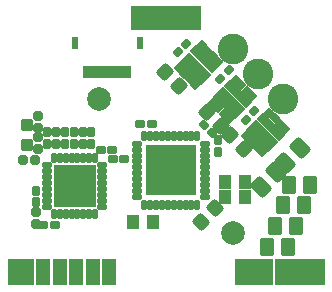
<source format=gts>
G04*
G04 #@! TF.GenerationSoftware,Altium Limited,Altium Designer,20.2.5 (213)*
G04*
G04 Layer_Color=8388736*
%FSLAX25Y25*%
%MOIN*%
G70*
G04*
G04 #@! TF.SameCoordinates,6A220F91-A522-4A6E-AAF5-B6834703FD54*
G04*
G04*
G04 #@! TF.FilePolarity,Negative*
G04*
G01*
G75*
%ADD13R,0.23622X0.07874*%
%ADD14R,0.04724X0.08661*%
G04:AMPARAMS|DCode=15|XSize=47.24mil|YSize=43.31mil|CornerRadius=8.37mil|HoleSize=0mil|Usage=FLASHONLY|Rotation=225.000|XOffset=0mil|YOffset=0mil|HoleType=Round|Shape=RoundedRectangle|*
%AMROUNDEDRECTD15*
21,1,0.04724,0.02657,0,0,225.0*
21,1,0.03051,0.04331,0,0,225.0*
1,1,0.01673,-0.02018,-0.00139*
1,1,0.01673,0.00139,0.02018*
1,1,0.01673,0.02018,0.00139*
1,1,0.01673,-0.00139,-0.02018*
%
%ADD15ROUNDEDRECTD15*%
G04:AMPARAMS|DCode=16|XSize=27.56mil|YSize=31.5mil|CornerRadius=5.91mil|HoleSize=0mil|Usage=FLASHONLY|Rotation=270.000|XOffset=0mil|YOffset=0mil|HoleType=Round|Shape=RoundedRectangle|*
%AMROUNDEDRECTD16*
21,1,0.02756,0.01968,0,0,270.0*
21,1,0.01575,0.03150,0,0,270.0*
1,1,0.01181,-0.00984,-0.00787*
1,1,0.01181,-0.00984,0.00787*
1,1,0.01181,0.00984,0.00787*
1,1,0.01181,0.00984,-0.00787*
%
%ADD16ROUNDEDRECTD16*%
G04:AMPARAMS|DCode=17|XSize=47.24mil|YSize=43.31mil|CornerRadius=8.37mil|HoleSize=0mil|Usage=FLASHONLY|Rotation=270.000|XOffset=0mil|YOffset=0mil|HoleType=Round|Shape=RoundedRectangle|*
%AMROUNDEDRECTD17*
21,1,0.04724,0.02657,0,0,270.0*
21,1,0.03051,0.04331,0,0,270.0*
1,1,0.01673,-0.01329,-0.01526*
1,1,0.01673,-0.01329,0.01526*
1,1,0.01673,0.01329,0.01526*
1,1,0.01673,0.01329,-0.01526*
%
%ADD17ROUNDEDRECTD17*%
%ADD18R,0.08661X0.08661*%
%ADD19R,0.01981X0.03950*%
%ADD20R,0.02375X0.03950*%
G04:AMPARAMS|DCode=21|XSize=27.56mil|YSize=31.5mil|CornerRadius=5.91mil|HoleSize=0mil|Usage=FLASHONLY|Rotation=180.000|XOffset=0mil|YOffset=0mil|HoleType=Round|Shape=RoundedRectangle|*
%AMROUNDEDRECTD21*
21,1,0.02756,0.01968,0,0,180.0*
21,1,0.01575,0.03150,0,0,180.0*
1,1,0.01181,-0.00787,0.00984*
1,1,0.01181,0.00787,0.00984*
1,1,0.01181,0.00787,-0.00984*
1,1,0.01181,-0.00787,-0.00984*
%
%ADD21ROUNDEDRECTD21*%
G04:AMPARAMS|DCode=22|XSize=39.37mil|YSize=39.37mil|CornerRadius=7.87mil|HoleSize=0mil|Usage=FLASHONLY|Rotation=270.000|XOffset=0mil|YOffset=0mil|HoleType=Round|Shape=RoundedRectangle|*
%AMROUNDEDRECTD22*
21,1,0.03937,0.02362,0,0,270.0*
21,1,0.02362,0.03937,0,0,270.0*
1,1,0.01575,-0.01181,-0.01181*
1,1,0.01575,-0.01181,0.01181*
1,1,0.01575,0.01181,0.01181*
1,1,0.01575,0.01181,-0.01181*
%
%ADD22ROUNDEDRECTD22*%
G04:AMPARAMS|DCode=23|XSize=31.5mil|YSize=31.5mil|CornerRadius=6.3mil|HoleSize=0mil|Usage=FLASHONLY|Rotation=0.000|XOffset=0mil|YOffset=0mil|HoleType=Round|Shape=RoundedRectangle|*
%AMROUNDEDRECTD23*
21,1,0.03150,0.01890,0,0,0.0*
21,1,0.01890,0.03150,0,0,0.0*
1,1,0.01260,0.00945,-0.00945*
1,1,0.01260,-0.00945,-0.00945*
1,1,0.01260,-0.00945,0.00945*
1,1,0.01260,0.00945,0.00945*
%
%ADD23ROUNDEDRECTD23*%
G04:AMPARAMS|DCode=24|XSize=27.56mil|YSize=31.5mil|CornerRadius=5.91mil|HoleSize=0mil|Usage=FLASHONLY|Rotation=135.000|XOffset=0mil|YOffset=0mil|HoleType=Round|Shape=RoundedRectangle|*
%AMROUNDEDRECTD24*
21,1,0.02756,0.01968,0,0,135.0*
21,1,0.01575,0.03150,0,0,135.0*
1,1,0.01181,0.00139,0.01253*
1,1,0.01181,0.01253,0.00139*
1,1,0.01181,-0.00139,-0.01253*
1,1,0.01181,-0.01253,-0.00139*
%
%ADD24ROUNDEDRECTD24*%
%ADD25P,0.03637X4X180.0*%
G04:AMPARAMS|DCode=26|XSize=108.39mil|YSize=30.28mil|CornerRadius=0mil|HoleSize=0mil|Usage=FLASHONLY|Rotation=135.000|XOffset=0mil|YOffset=0mil|HoleType=Round|Shape=Rectangle|*
%AMROTATEDRECTD26*
4,1,4,0.04903,-0.02762,0.02762,-0.04903,-0.04903,0.02762,-0.02762,0.04903,0.04903,-0.02762,0.0*
%
%ADD26ROTATEDRECTD26*%

G04:AMPARAMS|DCode=27|XSize=108.39mil|YSize=49.1mil|CornerRadius=0mil|HoleSize=0mil|Usage=FLASHONLY|Rotation=135.000|XOffset=0mil|YOffset=0mil|HoleType=Round|Shape=Rectangle|*
%AMROTATEDRECTD27*
4,1,4,0.05568,-0.02096,0.02096,-0.05568,-0.05568,0.02096,-0.02096,0.05568,0.05568,-0.02096,0.0*
%
%ADD27ROTATEDRECTD27*%

G04:AMPARAMS|DCode=28|XSize=62.99mil|YSize=47.24mil|CornerRadius=8.86mil|HoleSize=0mil|Usage=FLASHONLY|Rotation=90.000|XOffset=0mil|YOffset=0mil|HoleType=Round|Shape=RoundedRectangle|*
%AMROUNDEDRECTD28*
21,1,0.06299,0.02953,0,0,90.0*
21,1,0.04528,0.04724,0,0,90.0*
1,1,0.01772,0.01476,0.02264*
1,1,0.01772,0.01476,-0.02264*
1,1,0.01772,-0.01476,-0.02264*
1,1,0.01772,-0.01476,0.02264*
%
%ADD28ROUNDEDRECTD28*%
G04:AMPARAMS|DCode=29|XSize=19.68mil|YSize=31.5mil|CornerRadius=5.12mil|HoleSize=0mil|Usage=FLASHONLY|Rotation=0.000|XOffset=0mil|YOffset=0mil|HoleType=Round|Shape=RoundedRectangle|*
%AMROUNDEDRECTD29*
21,1,0.01968,0.02126,0,0,0.0*
21,1,0.00945,0.03150,0,0,0.0*
1,1,0.01024,0.00472,-0.01063*
1,1,0.01024,-0.00472,-0.01063*
1,1,0.01024,-0.00472,0.01063*
1,1,0.01024,0.00472,0.01063*
%
%ADD29ROUNDEDRECTD29*%
G04:AMPARAMS|DCode=30|XSize=19.68mil|YSize=31.5mil|CornerRadius=5.12mil|HoleSize=0mil|Usage=FLASHONLY|Rotation=270.000|XOffset=0mil|YOffset=0mil|HoleType=Round|Shape=RoundedRectangle|*
%AMROUNDEDRECTD30*
21,1,0.01968,0.02126,0,0,270.0*
21,1,0.00945,0.03150,0,0,270.0*
1,1,0.01024,-0.01063,-0.00472*
1,1,0.01024,-0.01063,0.00472*
1,1,0.01024,0.01063,0.00472*
1,1,0.01024,0.01063,-0.00472*
%
%ADD30ROUNDEDRECTD30*%
%ADD31R,0.14370X0.14370*%
%ADD32R,0.16535X0.08661*%
%ADD33R,0.12598X0.08661*%
G04:AMPARAMS|DCode=34|XSize=27.56mil|YSize=31.5mil|CornerRadius=5.91mil|HoleSize=0mil|Usage=FLASHONLY|Rotation=45.000|XOffset=0mil|YOffset=0mil|HoleType=Round|Shape=RoundedRectangle|*
%AMROUNDEDRECTD34*
21,1,0.02756,0.01968,0,0,45.0*
21,1,0.01575,0.03150,0,0,45.0*
1,1,0.01181,0.01253,-0.00139*
1,1,0.01181,0.00139,-0.01253*
1,1,0.01181,-0.01253,0.00139*
1,1,0.01181,-0.00139,0.01253*
%
%ADD34ROUNDEDRECTD34*%
G04:AMPARAMS|DCode=35|XSize=47.24mil|YSize=43.31mil|CornerRadius=8.37mil|HoleSize=0mil|Usage=FLASHONLY|Rotation=315.000|XOffset=0mil|YOffset=0mil|HoleType=Round|Shape=RoundedRectangle|*
%AMROUNDEDRECTD35*
21,1,0.04724,0.02657,0,0,315.0*
21,1,0.03051,0.04331,0,0,315.0*
1,1,0.01673,0.00139,-0.02018*
1,1,0.01673,-0.02018,0.00139*
1,1,0.01673,-0.00139,0.02018*
1,1,0.01673,0.02018,-0.00139*
%
%ADD35ROUNDEDRECTD35*%
G04:AMPARAMS|DCode=36|XSize=62.99mil|YSize=47.24mil|CornerRadius=8.86mil|HoleSize=0mil|Usage=FLASHONLY|Rotation=315.000|XOffset=0mil|YOffset=0mil|HoleType=Round|Shape=RoundedRectangle|*
%AMROUNDEDRECTD36*
21,1,0.06299,0.02953,0,0,315.0*
21,1,0.04528,0.04724,0,0,315.0*
1,1,0.01772,0.00557,-0.02645*
1,1,0.01772,-0.02645,0.00557*
1,1,0.01772,-0.00557,0.02645*
1,1,0.01772,0.02645,-0.00557*
%
%ADD36ROUNDEDRECTD36*%
G04:AMPARAMS|DCode=37|XSize=31.5mil|YSize=31.5mil|CornerRadius=6.3mil|HoleSize=0mil|Usage=FLASHONLY|Rotation=90.000|XOffset=0mil|YOffset=0mil|HoleType=Round|Shape=RoundedRectangle|*
%AMROUNDEDRECTD37*
21,1,0.03150,0.01890,0,0,90.0*
21,1,0.01890,0.03150,0,0,90.0*
1,1,0.01260,0.00945,0.00945*
1,1,0.01260,0.00945,-0.00945*
1,1,0.01260,-0.00945,-0.00945*
1,1,0.01260,-0.00945,0.00945*
%
%ADD37ROUNDEDRECTD37*%
%ADD38R,0.17126X0.17126*%
%ADD39C,0.07874*%
%ADD40C,0.10249*%
D13*
X0Y49213D02*
D03*
D14*
X-40945Y-35433D02*
D03*
X-35433D02*
D03*
X-29921D02*
D03*
X-24409D02*
D03*
X-18898D02*
D03*
D15*
X4335Y26669D02*
D03*
X-398Y31402D02*
D03*
X13641Y17817D02*
D03*
X18374Y13084D02*
D03*
X25960Y5498D02*
D03*
X21227Y10231D02*
D03*
D16*
X-4626Y14075D02*
D03*
X-8563D02*
D03*
X-40945Y-19685D02*
D03*
X-37008D02*
D03*
X-21850Y5315D02*
D03*
X-17913D02*
D03*
X-17837Y2227D02*
D03*
X-13900D02*
D03*
D17*
X-41142Y-33465D02*
D03*
X-47835Y-33465D02*
D03*
X-11024Y-18701D02*
D03*
X-4331D02*
D03*
X26383Y-10509D02*
D03*
X19690D02*
D03*
Y-5498D02*
D03*
X26383D02*
D03*
D18*
X-48425Y-35433D02*
D03*
D19*
X-26575Y31102D02*
D03*
X-22638Y31102D02*
D03*
X-24606Y31102D02*
D03*
X-20669Y31102D02*
D03*
X-12795D02*
D03*
X-16732D02*
D03*
X-18701Y31102D02*
D03*
X-14764D02*
D03*
D20*
X-30512Y40945D02*
D03*
X-8858D02*
D03*
D21*
X-30807Y7283D02*
D03*
Y11220D02*
D03*
X-43307Y-8268D02*
D03*
Y-12205D02*
D03*
X-24902Y11220D02*
D03*
Y7283D02*
D03*
X-33760D02*
D03*
Y11220D02*
D03*
X-39764D02*
D03*
Y7283D02*
D03*
X17421Y8465D02*
D03*
Y4528D02*
D03*
D22*
X-46457Y6890D02*
D03*
X-46457Y13583D02*
D03*
D23*
X-43307Y-15354D02*
D03*
Y-19291D02*
D03*
X-42815Y12697D02*
D03*
Y16634D02*
D03*
X-27854Y11220D02*
D03*
Y7283D02*
D03*
X-36713Y11220D02*
D03*
Y7283D02*
D03*
X-42815Y5610D02*
D03*
Y9547D02*
D03*
D24*
X3825Y37781D02*
D03*
X6609Y40565D02*
D03*
X18026Y29022D02*
D03*
X20809Y31806D02*
D03*
X29300Y18165D02*
D03*
X26517Y15381D02*
D03*
D25*
X15451Y36469D02*
D03*
X17260Y34659D02*
D03*
X11832Y40088D02*
D03*
X13641Y38278D02*
D03*
X5985Y30623D02*
D03*
X7795Y28813D02*
D03*
X4176Y32432D02*
D03*
X9604Y27004D02*
D03*
X39740Y12179D02*
D03*
X37931Y13989D02*
D03*
X36121Y15799D02*
D03*
X34312Y17608D02*
D03*
X26656Y9952D02*
D03*
X28465Y8143D02*
D03*
X30275Y6333D02*
D03*
X32084Y4524D02*
D03*
X28674Y23246D02*
D03*
X26864Y25055D02*
D03*
X25055Y26864D02*
D03*
X23246Y28674D02*
D03*
X15590Y21018D02*
D03*
X17399Y19209D02*
D03*
X19209Y17399D02*
D03*
X21018Y15590D02*
D03*
D26*
X12589Y35417D02*
D03*
X35069Y12937D02*
D03*
X24003Y24003D02*
D03*
D27*
X9513Y32340D02*
D03*
X31993Y9860D02*
D03*
X20926Y20926D02*
D03*
D28*
X40945Y-6299D02*
D03*
X48031D02*
D03*
X40551Y-27165D02*
D03*
X33465D02*
D03*
X46063Y-12992D02*
D03*
X38976Y-12992D02*
D03*
X43307Y-20079D02*
D03*
X36220D02*
D03*
D29*
X-23663Y2501D02*
D03*
X-31537D02*
D03*
X-25632Y2501D02*
D03*
X-27600Y2501D02*
D03*
X-29569D02*
D03*
X-33506D02*
D03*
X-35474D02*
D03*
X-37443D02*
D03*
X-23663Y-16003D02*
D03*
X-31537D02*
D03*
X-29569D02*
D03*
X-27600D02*
D03*
X-25632D02*
D03*
X-37443D02*
D03*
X-35474D02*
D03*
X-33506D02*
D03*
X547Y-12948D02*
D03*
X2515D02*
D03*
X-5359D02*
D03*
X-1422D02*
D03*
X-3390D02*
D03*
X6452Y-12948D02*
D03*
X8421D02*
D03*
X4484Y-12948D02*
D03*
X-7327D02*
D03*
X10389Y-12948D02*
D03*
X-1422Y9886D02*
D03*
X547D02*
D03*
X-7327Y9886D02*
D03*
X-3390Y9886D02*
D03*
X-5359D02*
D03*
X8421D02*
D03*
X10389D02*
D03*
X2515D02*
D03*
X6452D02*
D03*
X4484D02*
D03*
D30*
X-39805Y-5767D02*
D03*
X-39805Y-13641D02*
D03*
X-21301D02*
D03*
Y-5767D02*
D03*
X-39805Y-7735D02*
D03*
X-39805Y-9704D02*
D03*
X-39805Y-11672D02*
D03*
X-39805Y139D02*
D03*
Y-1830D02*
D03*
Y-3798D02*
D03*
X-21301Y-11672D02*
D03*
Y-9704D02*
D03*
Y-7735D02*
D03*
Y-3798D02*
D03*
Y-1830D02*
D03*
Y139D02*
D03*
X-9886Y-10389D02*
D03*
Y-8421D02*
D03*
Y-6452D02*
D03*
Y-4484D02*
D03*
Y-2515D02*
D03*
Y-547D02*
D03*
Y1422D02*
D03*
X-9886Y3390D02*
D03*
Y5359D02*
D03*
X-9886Y7327D02*
D03*
X12948Y-10389D02*
D03*
Y-8421D02*
D03*
Y-6452D02*
D03*
Y-4484D02*
D03*
Y-2515D02*
D03*
Y-547D02*
D03*
Y1422D02*
D03*
Y3390D02*
D03*
Y5359D02*
D03*
Y7327D02*
D03*
D31*
X-30553Y-6751D02*
D03*
D32*
X44488Y-35433D02*
D03*
D33*
X29134Y-35433D02*
D03*
D34*
X15381Y10927D02*
D03*
X12597Y13711D02*
D03*
D35*
X16286Y-14059D02*
D03*
X11553Y-18791D02*
D03*
D36*
X31458Y-7238D02*
D03*
X36469Y-2227D02*
D03*
X44751Y6055D02*
D03*
X39740Y1044D02*
D03*
D37*
X-47736Y2067D02*
D03*
X-43799D02*
D03*
D38*
X1531Y-1531D02*
D03*
D39*
X22271Y-22271D02*
D03*
X-22271Y22271D02*
D03*
D40*
X22271Y38974D02*
D03*
X30623Y30623D02*
D03*
X38974Y22271D02*
D03*
M02*

</source>
